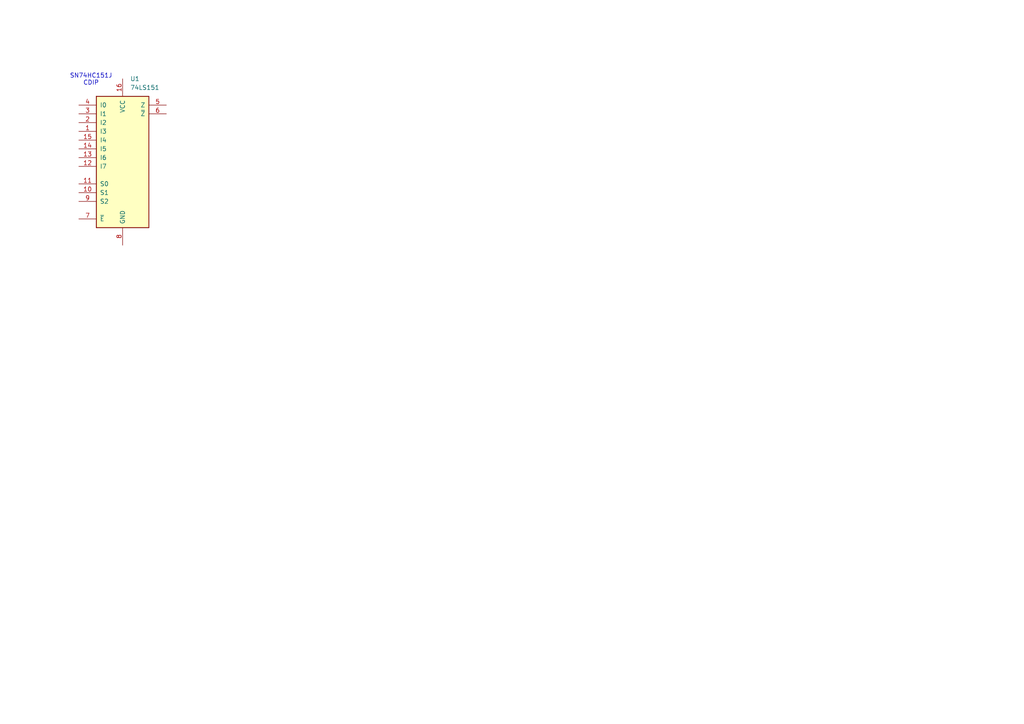
<source format=kicad_sch>
(kicad_sch (version 20231120) (generator "eeschema") (generator_version "8.0")
  (paper "A4")
  (lib_symbols
    (symbol "74xx:74LS151" (pin_names (offset 1.016))
      (property "Reference" "U" (at -7.62 19.05 0))
      (property "Value" "74LS151" (at -7.62 -21.59 0))
      (symbol "74LS151_1_0"
        (pin input line (at -12.7 7.62 0) (length 5.08) (name "I3") (number "1"))
        (pin input line (at -12.7 -10.16 0) (length 5.08) (name "S1") (number "10"))
        (pin input line (at -12.7 -7.62 0) (length 5.08) (name "S0") (number "11"))
        (pin input line (at -12.7 -2.54 0) (length 5.08) (name "I7") (number "12"))
        (pin input line (at -12.7 0 0) (length 5.08) (name "I6") (number "13"))
        (pin input line (at -12.7 2.54 0) (length 5.08) (name "I5") (number "14"))
        (pin input line (at -12.7 5.08 0) (length 5.08) (name "I4") (number "15"))
        (pin power_in line (at 0 22.86 270) (length 5.08) (name "VCC") (number "16"))
        (pin input line (at -12.7 10.16 0) (length 5.08) (name "I2") (number "2"))
        (pin input line (at -12.7 12.7 0) (length 5.08) (name "I1") (number "3"))
        (pin input line (at -12.7 15.24 0) (length 5.08) (name "I0") (number "4"))
        (pin output line (at 12.7 15.24 180) (length 5.08) (name "Z") (number "5"))
        (pin output line (at 12.7 12.7 180) (length 5.08) (name "~{Z}") (number "6"))
        (pin input line (at -12.7 -17.78 0) (length 5.08) (name "~{E}") (number "7"))
        (pin power_in line (at 0 -25.4 90) (length 5.08) (name "GND") (number "8"))
        (pin input line (at -12.7 -12.7 0) (length 5.08) (name "S2") (number "9"))
      )
      (symbol "74LS151_1_1"
        (rectangle (start -7.62 17.78) (end 7.62 -20.32) (stroke (width 0.254)) (fill (type background)))
      )
    )
  )
  (text "SN74HC151J\nCDIP" (at 26.416 23.114 0) (effects (font (size 1.27 1.27))))
  (symbol (lib_id "74xx:74LS151") (at 35.56 45.72 0) (unit 1)
    (property "Reference" "U1" (at 37.7541 22.86 0) (effects (justify left)))
    (property "Value" "74LS151" (at 37.7541 25.4 0) (effects (justify left)))
    (property "Datasheet" "http://www.ti.com/lit/gpn/sn74LS151" (effects (hide yes)))
    (property "Description" "Multiplexer 8 to 1" (effects (hide yes)))
  )
)
</source>
